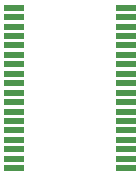
<source format=gbr>
%TF.GenerationSoftware,KiCad,Pcbnew,(5.1.9)-1*%
%TF.CreationDate,2021-02-24T14:45:34+01:00*%
%TF.ProjectId,Schaakbord_Testprint,53636861-616b-4626-9f72-645f54657374,rev?*%
%TF.SameCoordinates,Original*%
%TF.FileFunction,Paste,Top*%
%TF.FilePolarity,Positive*%
%FSLAX46Y46*%
G04 Gerber Fmt 4.6, Leading zero omitted, Abs format (unit mm)*
G04 Created by KiCad (PCBNEW (5.1.9)-1) date 2021-02-24 14:45:34*
%MOMM*%
%LPD*%
G01*
G04 APERTURE LIST*
%ADD10R,1.800000X0.600000*%
G04 APERTURE END LIST*
D10*
%TO.C,IC1*%
X171349000Y-71940000D03*
X171349000Y-72740000D03*
X171349000Y-73540000D03*
X171349000Y-74340000D03*
X171349000Y-75140000D03*
X171349000Y-75940000D03*
X171349000Y-76740000D03*
X171349000Y-77540000D03*
X171349000Y-78340000D03*
X171349000Y-79140000D03*
X171349000Y-79940000D03*
X171349000Y-80740000D03*
X171349000Y-81540000D03*
X171349000Y-82340000D03*
X171349000Y-83140000D03*
X171349000Y-83940000D03*
X171349000Y-84740000D03*
X171349000Y-85540000D03*
X161899000Y-85540000D03*
X161899000Y-84740000D03*
X161899000Y-83940000D03*
X161899000Y-83140000D03*
X161899000Y-82340000D03*
X161899000Y-81540000D03*
X161899000Y-80740000D03*
X161899000Y-79940000D03*
X161899000Y-79140000D03*
X161899000Y-78340000D03*
X161899000Y-77540000D03*
X161899000Y-76740000D03*
X161899000Y-75940000D03*
X161899000Y-75140000D03*
X161899000Y-74340000D03*
X161899000Y-73540000D03*
X161899000Y-72740000D03*
X161899000Y-71940000D03*
%TD*%
M02*

</source>
